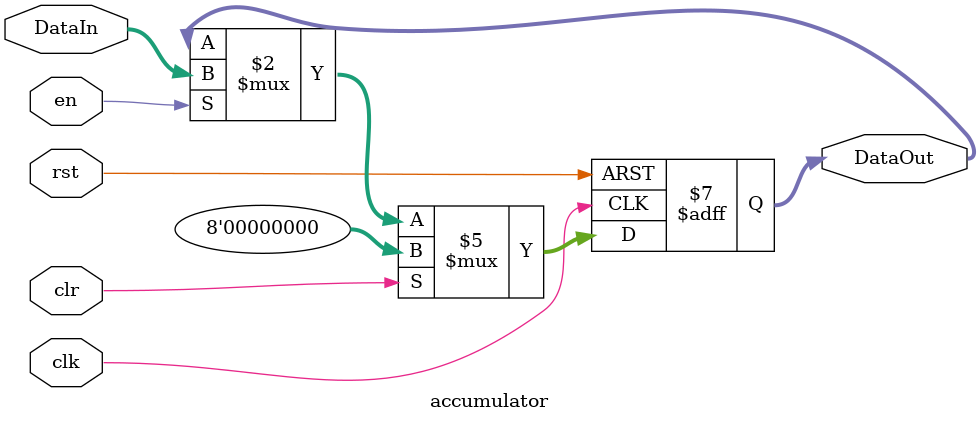
<source format=v>

module accumulator (
    DataIn,
    DataOut,
    en,
    clr,
    clk,
    rst
    );

    input       [7:0]   DataIn;
    input               en;
    input               clk;
    input               clr;
    input               rst;

    output reg [7:0]    DataOut;

    always @ (posedge clk or posedge rst)
    begin
        if(rst)
        begin
            DataOut <= 8'h00;
        end
        else
        begin
            if(clr)
            begin
                DataOut <= 8'h00;
            end
            else if(en)
            begin
                DataOut <= DataIn;
            end
        end
    end

endmodule
</source>
